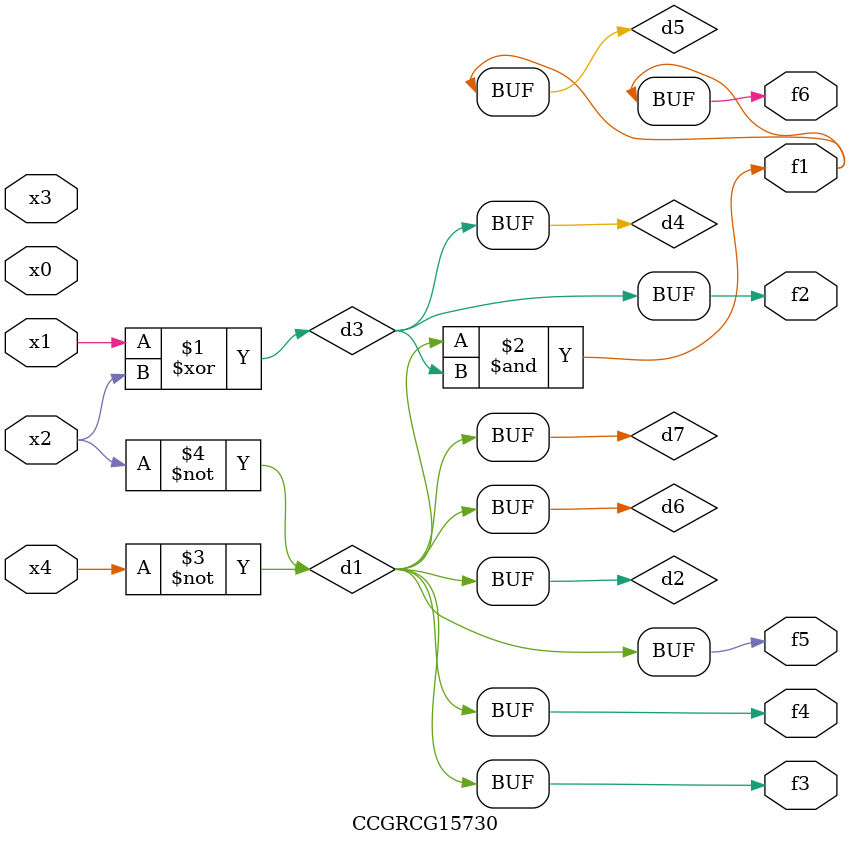
<source format=v>
module CCGRCG15730(
	input x0, x1, x2, x3, x4,
	output f1, f2, f3, f4, f5, f6
);

	wire d1, d2, d3, d4, d5, d6, d7;

	not (d1, x4);
	not (d2, x2);
	xor (d3, x1, x2);
	buf (d4, d3);
	and (d5, d1, d3);
	buf (d6, d1, d2);
	buf (d7, d2);
	assign f1 = d5;
	assign f2 = d4;
	assign f3 = d7;
	assign f4 = d7;
	assign f5 = d7;
	assign f6 = d5;
endmodule

</source>
